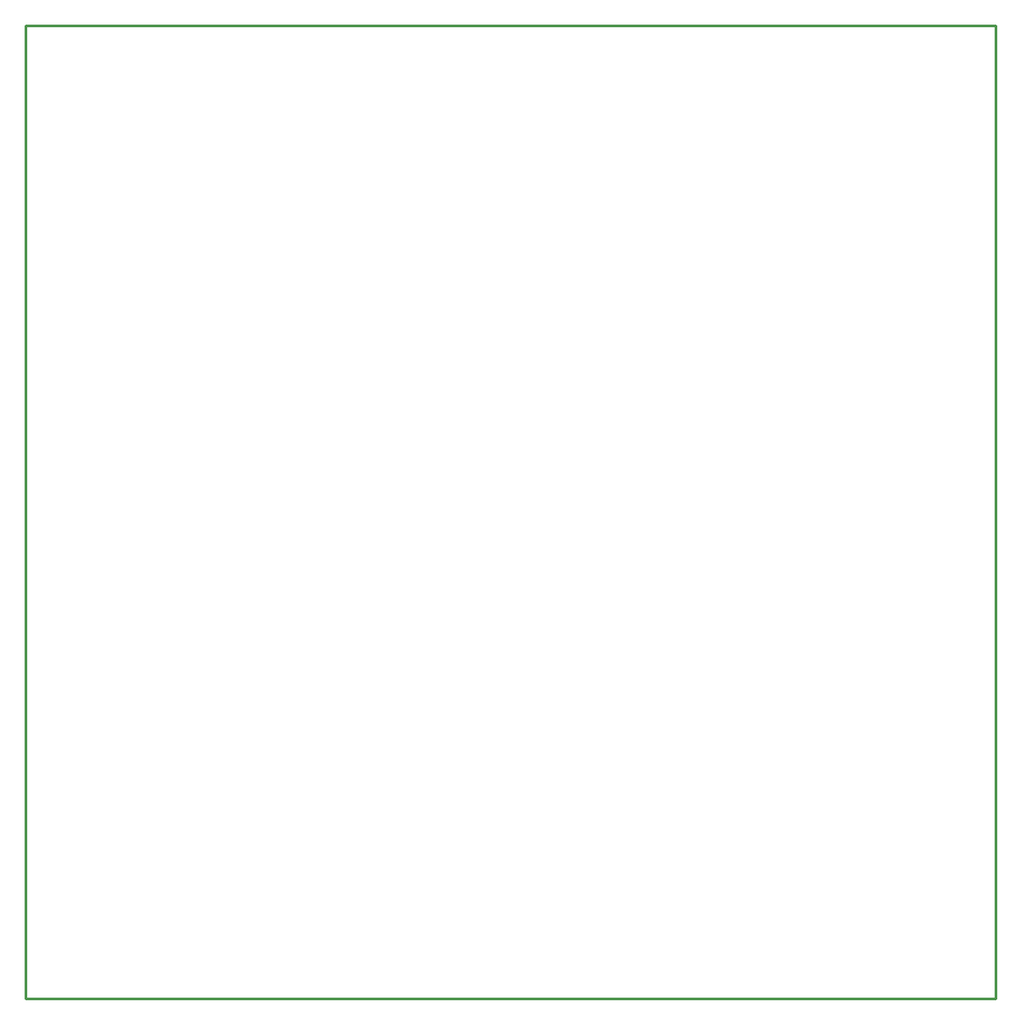
<source format=gm1>
G04*
G04 #@! TF.GenerationSoftware,Altium Limited,Altium Designer,20.0.10 (225)*
G04*
G04 Layer_Color=16711935*
%FSLAX24Y24*%
%MOIN*%
G70*
G01*
G75*
%ADD12C,0.0100*%
D12*
X0Y0D02*
Y36900D01*
X36800D01*
Y0D02*
Y36900D01*
X0Y0D02*
X36800D01*
X0D02*
Y36900D01*
X36800D01*
Y0D02*
Y36900D01*
X0Y0D02*
X36800D01*
M02*

</source>
